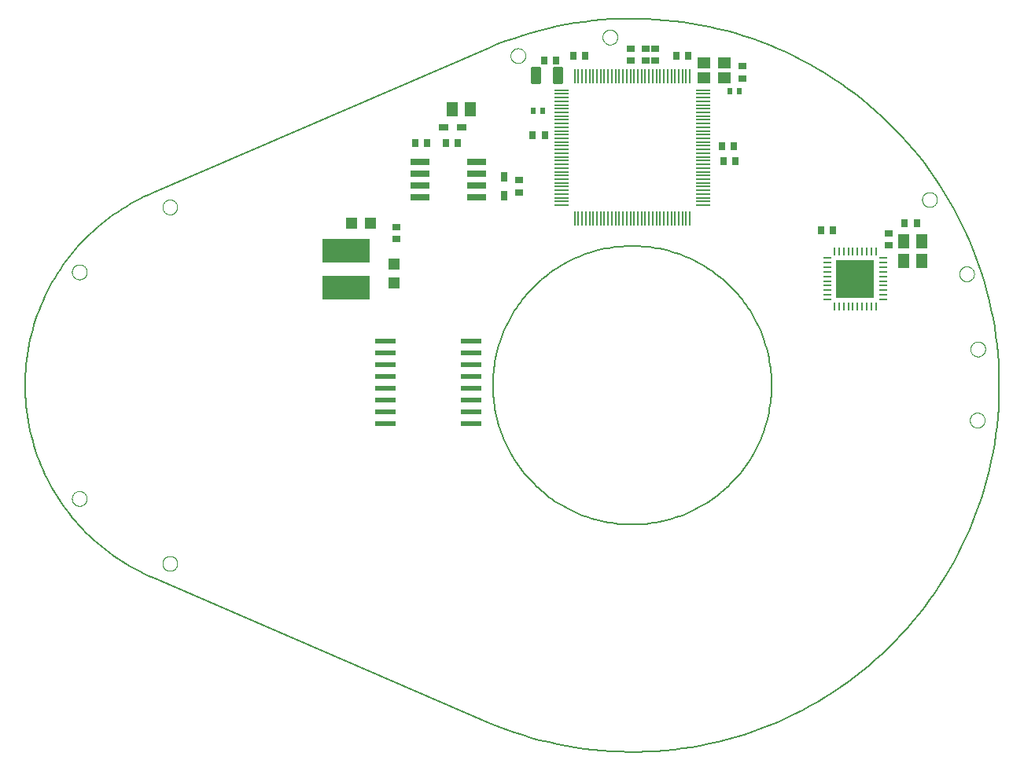
<source format=gbp>
G75*
%MOIN*%
%OFA0B0*%
%FSLAX25Y25*%
%IPPOS*%
%LPD*%
%AMOC8*
5,1,8,0,0,1.08239X$1,22.5*
%
%ADD10C,0.00600*%
%ADD11C,0.00000*%
%ADD12R,0.05118X0.05906*%
%ADD13R,0.03543X0.02756*%
%ADD14R,0.02756X0.03543*%
%ADD15R,0.03937X0.03150*%
%ADD16R,0.03150X0.03937*%
%ADD17R,0.04724X0.05118*%
%ADD18R,0.05118X0.04724*%
%ADD19R,0.00965X0.06299*%
%ADD20R,0.06299X0.00965*%
%ADD21R,0.08000X0.02600*%
%ADD22R,0.08661X0.02362*%
%ADD23R,0.20000X0.10000*%
%ADD24R,0.02362X0.02756*%
%ADD25R,0.05512X0.04724*%
%ADD26R,0.03346X0.01102*%
%ADD27R,0.01102X0.03346*%
%ADD28R,0.16339X0.16339*%
%ADD29C,0.01299*%
D10*
X0074829Y0081354D02*
X0216915Y0019962D01*
X0216915Y0019961D02*
X0220440Y0018516D01*
X0223999Y0017157D01*
X0227591Y0015886D01*
X0231212Y0014703D01*
X0234862Y0013609D01*
X0238537Y0012605D01*
X0242236Y0011692D01*
X0245956Y0010869D01*
X0249695Y0010137D01*
X0253450Y0009498D01*
X0257221Y0008950D01*
X0261003Y0008496D01*
X0264796Y0008133D01*
X0268597Y0007864D01*
X0272402Y0007689D01*
X0276211Y0007606D01*
X0280021Y0007617D01*
X0283830Y0007721D01*
X0287634Y0007918D01*
X0291433Y0008209D01*
X0295224Y0008592D01*
X0299004Y0009068D01*
X0302771Y0009637D01*
X0306523Y0010298D01*
X0310258Y0011050D01*
X0313973Y0011894D01*
X0317667Y0012828D01*
X0321336Y0013853D01*
X0324980Y0014967D01*
X0328595Y0016171D01*
X0332179Y0017462D01*
X0335731Y0018841D01*
X0339247Y0020306D01*
X0342727Y0021857D01*
X0346168Y0023493D01*
X0349568Y0025213D01*
X0352924Y0027015D01*
X0356236Y0028900D01*
X0359500Y0030864D01*
X0362715Y0032908D01*
X0365879Y0035031D01*
X0368990Y0037230D01*
X0372046Y0039504D01*
X0375046Y0041853D01*
X0377987Y0044275D01*
X0380868Y0046768D01*
X0383688Y0049331D01*
X0386443Y0051962D01*
X0389133Y0054660D01*
X0391757Y0057423D01*
X0394311Y0060249D01*
X0396796Y0063137D01*
X0399210Y0066085D01*
X0401550Y0069091D01*
X0403816Y0072154D01*
X0406006Y0075271D01*
X0408120Y0078441D01*
X0410155Y0081662D01*
X0412110Y0084932D01*
X0413985Y0088249D01*
X0415778Y0091610D01*
X0417488Y0095015D01*
X0419114Y0098460D01*
X0420656Y0101944D01*
X0422111Y0105465D01*
X0423480Y0109021D01*
X0424761Y0112609D01*
X0425954Y0116227D01*
X0427058Y0119873D01*
X0428073Y0123546D01*
X0428997Y0127242D01*
X0429830Y0130960D01*
X0430572Y0134697D01*
X0431222Y0138451D01*
X0431780Y0142219D01*
X0432246Y0146001D01*
X0432619Y0149792D01*
X0432898Y0153592D01*
X0433085Y0157397D01*
X0433178Y0161206D01*
X0433178Y0165016D01*
X0433085Y0168825D01*
X0432898Y0172630D01*
X0432619Y0176430D01*
X0432246Y0180221D01*
X0431780Y0184003D01*
X0431222Y0187771D01*
X0430572Y0191525D01*
X0429830Y0195262D01*
X0428997Y0198980D01*
X0428073Y0202676D01*
X0427058Y0206349D01*
X0425954Y0209995D01*
X0424761Y0213613D01*
X0423480Y0217201D01*
X0422111Y0220757D01*
X0420656Y0224278D01*
X0419114Y0227762D01*
X0417488Y0231207D01*
X0415778Y0234612D01*
X0413985Y0237973D01*
X0412110Y0241290D01*
X0410155Y0244560D01*
X0408120Y0247781D01*
X0406006Y0250951D01*
X0403816Y0254068D01*
X0401550Y0257131D01*
X0399210Y0260137D01*
X0396796Y0263085D01*
X0394311Y0265973D01*
X0391757Y0268799D01*
X0389133Y0271562D01*
X0386443Y0274260D01*
X0383688Y0276891D01*
X0380868Y0279454D01*
X0377987Y0281947D01*
X0375046Y0284369D01*
X0372046Y0286718D01*
X0368990Y0288992D01*
X0365879Y0291191D01*
X0362715Y0293314D01*
X0359500Y0295358D01*
X0356236Y0297322D01*
X0352924Y0299207D01*
X0349568Y0301009D01*
X0346168Y0302729D01*
X0342727Y0304365D01*
X0339247Y0305916D01*
X0335731Y0307381D01*
X0332179Y0308760D01*
X0328595Y0310051D01*
X0324980Y0311255D01*
X0321336Y0312369D01*
X0317667Y0313394D01*
X0313973Y0314328D01*
X0310258Y0315172D01*
X0306523Y0315924D01*
X0302771Y0316585D01*
X0299004Y0317154D01*
X0295224Y0317630D01*
X0291433Y0318013D01*
X0287634Y0318304D01*
X0283830Y0318501D01*
X0280021Y0318605D01*
X0276211Y0318616D01*
X0272402Y0318533D01*
X0268597Y0318358D01*
X0264796Y0318089D01*
X0261003Y0317726D01*
X0257221Y0317272D01*
X0253450Y0316724D01*
X0249695Y0316085D01*
X0245956Y0315353D01*
X0242236Y0314530D01*
X0238537Y0313617D01*
X0234862Y0312613D01*
X0231212Y0311519D01*
X0227591Y0310336D01*
X0223999Y0309065D01*
X0220440Y0307706D01*
X0216915Y0306261D01*
X0216915Y0306260D02*
X0074829Y0244868D01*
X0072837Y0244008D01*
X0070866Y0243100D01*
X0068919Y0242144D01*
X0066995Y0241141D01*
X0065097Y0240090D01*
X0063225Y0238994D01*
X0061380Y0237852D01*
X0059564Y0236665D01*
X0057777Y0235434D01*
X0056022Y0234159D01*
X0054298Y0232842D01*
X0052606Y0231483D01*
X0050949Y0230084D01*
X0049326Y0228644D01*
X0047739Y0227164D01*
X0046188Y0225647D01*
X0044676Y0224091D01*
X0043202Y0222499D01*
X0041767Y0220872D01*
X0040372Y0219210D01*
X0039019Y0217514D01*
X0037708Y0215786D01*
X0036439Y0214026D01*
X0035214Y0212235D01*
X0034033Y0210415D01*
X0032897Y0208567D01*
X0031806Y0206691D01*
X0030762Y0204789D01*
X0029765Y0202862D01*
X0028815Y0200912D01*
X0027914Y0198938D01*
X0027060Y0196944D01*
X0026256Y0194928D01*
X0025502Y0192894D01*
X0024798Y0190842D01*
X0024144Y0188774D01*
X0023541Y0186689D01*
X0022989Y0184591D01*
X0022488Y0182480D01*
X0022040Y0180357D01*
X0021644Y0178224D01*
X0021300Y0176082D01*
X0021008Y0173932D01*
X0020770Y0171776D01*
X0020584Y0169614D01*
X0020451Y0167449D01*
X0020372Y0165280D01*
X0020345Y0163111D01*
X0020372Y0160942D01*
X0020451Y0158773D01*
X0020584Y0156608D01*
X0020770Y0154446D01*
X0021008Y0152290D01*
X0021300Y0150140D01*
X0021644Y0147998D01*
X0022040Y0145865D01*
X0022488Y0143742D01*
X0022989Y0141631D01*
X0023541Y0139533D01*
X0024144Y0137448D01*
X0024798Y0135380D01*
X0025502Y0133328D01*
X0026256Y0131294D01*
X0027060Y0129278D01*
X0027914Y0127284D01*
X0028815Y0125310D01*
X0029765Y0123360D01*
X0030762Y0121433D01*
X0031806Y0119531D01*
X0032897Y0117655D01*
X0034033Y0115807D01*
X0035214Y0113987D01*
X0036439Y0112196D01*
X0037708Y0110436D01*
X0039019Y0108708D01*
X0040372Y0107012D01*
X0041767Y0105350D01*
X0043202Y0103723D01*
X0044676Y0102131D01*
X0046188Y0100575D01*
X0047739Y0099058D01*
X0049326Y0097578D01*
X0050949Y0096138D01*
X0052606Y0094739D01*
X0054298Y0093380D01*
X0056022Y0092063D01*
X0057777Y0090788D01*
X0059564Y0089557D01*
X0061380Y0088370D01*
X0063225Y0087228D01*
X0065097Y0086132D01*
X0066995Y0085081D01*
X0068919Y0084078D01*
X0070866Y0083122D01*
X0072837Y0082214D01*
X0074829Y0081354D01*
X0218623Y0163111D02*
X0218641Y0164560D01*
X0218694Y0166009D01*
X0218783Y0167455D01*
X0218907Y0168899D01*
X0219067Y0170340D01*
X0219262Y0171776D01*
X0219492Y0173207D01*
X0219758Y0174632D01*
X0220058Y0176050D01*
X0220393Y0177460D01*
X0220762Y0178862D01*
X0221166Y0180254D01*
X0221604Y0181635D01*
X0222075Y0183006D01*
X0222580Y0184365D01*
X0223118Y0185710D01*
X0223689Y0187043D01*
X0224293Y0188360D01*
X0224929Y0189663D01*
X0225596Y0190949D01*
X0226295Y0192219D01*
X0227025Y0193471D01*
X0227785Y0194705D01*
X0228576Y0195920D01*
X0229396Y0197115D01*
X0230245Y0198290D01*
X0231122Y0199444D01*
X0232028Y0200575D01*
X0232961Y0201684D01*
X0233921Y0202770D01*
X0234908Y0203832D01*
X0235920Y0204869D01*
X0236957Y0205881D01*
X0238019Y0206868D01*
X0239105Y0207828D01*
X0240214Y0208761D01*
X0241345Y0209667D01*
X0242499Y0210544D01*
X0243674Y0211393D01*
X0244869Y0212213D01*
X0246084Y0213004D01*
X0247318Y0213764D01*
X0248570Y0214494D01*
X0249840Y0215193D01*
X0251126Y0215860D01*
X0252429Y0216496D01*
X0253746Y0217100D01*
X0255079Y0217671D01*
X0256424Y0218209D01*
X0257783Y0218714D01*
X0259154Y0219185D01*
X0260535Y0219623D01*
X0261927Y0220027D01*
X0263329Y0220396D01*
X0264739Y0220731D01*
X0266157Y0221031D01*
X0267582Y0221297D01*
X0269013Y0221527D01*
X0270449Y0221722D01*
X0271890Y0221882D01*
X0273334Y0222006D01*
X0274780Y0222095D01*
X0276229Y0222148D01*
X0277678Y0222166D01*
X0279127Y0222148D01*
X0280576Y0222095D01*
X0282022Y0222006D01*
X0283466Y0221882D01*
X0284907Y0221722D01*
X0286343Y0221527D01*
X0287774Y0221297D01*
X0289199Y0221031D01*
X0290617Y0220731D01*
X0292027Y0220396D01*
X0293429Y0220027D01*
X0294821Y0219623D01*
X0296202Y0219185D01*
X0297573Y0218714D01*
X0298932Y0218209D01*
X0300277Y0217671D01*
X0301610Y0217100D01*
X0302927Y0216496D01*
X0304230Y0215860D01*
X0305516Y0215193D01*
X0306786Y0214494D01*
X0308038Y0213764D01*
X0309272Y0213004D01*
X0310487Y0212213D01*
X0311682Y0211393D01*
X0312857Y0210544D01*
X0314011Y0209667D01*
X0315142Y0208761D01*
X0316251Y0207828D01*
X0317337Y0206868D01*
X0318399Y0205881D01*
X0319436Y0204869D01*
X0320448Y0203832D01*
X0321435Y0202770D01*
X0322395Y0201684D01*
X0323328Y0200575D01*
X0324234Y0199444D01*
X0325111Y0198290D01*
X0325960Y0197115D01*
X0326780Y0195920D01*
X0327571Y0194705D01*
X0328331Y0193471D01*
X0329061Y0192219D01*
X0329760Y0190949D01*
X0330427Y0189663D01*
X0331063Y0188360D01*
X0331667Y0187043D01*
X0332238Y0185710D01*
X0332776Y0184365D01*
X0333281Y0183006D01*
X0333752Y0181635D01*
X0334190Y0180254D01*
X0334594Y0178862D01*
X0334963Y0177460D01*
X0335298Y0176050D01*
X0335598Y0174632D01*
X0335864Y0173207D01*
X0336094Y0171776D01*
X0336289Y0170340D01*
X0336449Y0168899D01*
X0336573Y0167455D01*
X0336662Y0166009D01*
X0336715Y0164560D01*
X0336733Y0163111D01*
X0336715Y0161662D01*
X0336662Y0160213D01*
X0336573Y0158767D01*
X0336449Y0157323D01*
X0336289Y0155882D01*
X0336094Y0154446D01*
X0335864Y0153015D01*
X0335598Y0151590D01*
X0335298Y0150172D01*
X0334963Y0148762D01*
X0334594Y0147360D01*
X0334190Y0145968D01*
X0333752Y0144587D01*
X0333281Y0143216D01*
X0332776Y0141857D01*
X0332238Y0140512D01*
X0331667Y0139179D01*
X0331063Y0137862D01*
X0330427Y0136559D01*
X0329760Y0135273D01*
X0329061Y0134003D01*
X0328331Y0132751D01*
X0327571Y0131517D01*
X0326780Y0130302D01*
X0325960Y0129107D01*
X0325111Y0127932D01*
X0324234Y0126778D01*
X0323328Y0125647D01*
X0322395Y0124538D01*
X0321435Y0123452D01*
X0320448Y0122390D01*
X0319436Y0121353D01*
X0318399Y0120341D01*
X0317337Y0119354D01*
X0316251Y0118394D01*
X0315142Y0117461D01*
X0314011Y0116555D01*
X0312857Y0115678D01*
X0311682Y0114829D01*
X0310487Y0114009D01*
X0309272Y0113218D01*
X0308038Y0112458D01*
X0306786Y0111728D01*
X0305516Y0111029D01*
X0304230Y0110362D01*
X0302927Y0109726D01*
X0301610Y0109122D01*
X0300277Y0108551D01*
X0298932Y0108013D01*
X0297573Y0107508D01*
X0296202Y0107037D01*
X0294821Y0106599D01*
X0293429Y0106195D01*
X0292027Y0105826D01*
X0290617Y0105491D01*
X0289199Y0105191D01*
X0287774Y0104925D01*
X0286343Y0104695D01*
X0284907Y0104500D01*
X0283466Y0104340D01*
X0282022Y0104216D01*
X0280576Y0104127D01*
X0279127Y0104074D01*
X0277678Y0104056D01*
X0276229Y0104074D01*
X0274780Y0104127D01*
X0273334Y0104216D01*
X0271890Y0104340D01*
X0270449Y0104500D01*
X0269013Y0104695D01*
X0267582Y0104925D01*
X0266157Y0105191D01*
X0264739Y0105491D01*
X0263329Y0105826D01*
X0261927Y0106195D01*
X0260535Y0106599D01*
X0259154Y0107037D01*
X0257783Y0107508D01*
X0256424Y0108013D01*
X0255079Y0108551D01*
X0253746Y0109122D01*
X0252429Y0109726D01*
X0251126Y0110362D01*
X0249840Y0111029D01*
X0248570Y0111728D01*
X0247318Y0112458D01*
X0246084Y0113218D01*
X0244869Y0114009D01*
X0243674Y0114829D01*
X0242499Y0115678D01*
X0241345Y0116555D01*
X0240214Y0117461D01*
X0239105Y0118394D01*
X0238019Y0119354D01*
X0236957Y0120341D01*
X0235920Y0121353D01*
X0234908Y0122390D01*
X0233921Y0123452D01*
X0232961Y0124538D01*
X0232028Y0125647D01*
X0231122Y0126778D01*
X0230245Y0127932D01*
X0229396Y0129107D01*
X0228576Y0130302D01*
X0227785Y0131517D01*
X0227025Y0132751D01*
X0226295Y0134003D01*
X0225596Y0135273D01*
X0224929Y0136559D01*
X0224293Y0137862D01*
X0223689Y0139179D01*
X0223118Y0140512D01*
X0222580Y0141857D01*
X0222075Y0143216D01*
X0221604Y0144587D01*
X0221166Y0145968D01*
X0220762Y0147360D01*
X0220393Y0148762D01*
X0220058Y0150172D01*
X0219758Y0151590D01*
X0219492Y0153015D01*
X0219262Y0154446D01*
X0219067Y0155882D01*
X0218907Y0157323D01*
X0218783Y0158767D01*
X0218694Y0160213D01*
X0218641Y0161662D01*
X0218623Y0163111D01*
D11*
X0078544Y0087520D02*
X0078546Y0087632D01*
X0078552Y0087743D01*
X0078562Y0087855D01*
X0078576Y0087966D01*
X0078593Y0088076D01*
X0078615Y0088186D01*
X0078641Y0088295D01*
X0078670Y0088403D01*
X0078703Y0088509D01*
X0078740Y0088615D01*
X0078781Y0088719D01*
X0078826Y0088822D01*
X0078874Y0088923D01*
X0078925Y0089022D01*
X0078980Y0089119D01*
X0079039Y0089214D01*
X0079100Y0089308D01*
X0079165Y0089399D01*
X0079234Y0089487D01*
X0079305Y0089573D01*
X0079379Y0089657D01*
X0079457Y0089737D01*
X0079537Y0089815D01*
X0079620Y0089891D01*
X0079705Y0089963D01*
X0079793Y0090032D01*
X0079883Y0090098D01*
X0079976Y0090160D01*
X0080071Y0090220D01*
X0080168Y0090276D01*
X0080266Y0090328D01*
X0080367Y0090377D01*
X0080469Y0090422D01*
X0080573Y0090464D01*
X0080678Y0090502D01*
X0080785Y0090536D01*
X0080892Y0090566D01*
X0081001Y0090593D01*
X0081110Y0090615D01*
X0081221Y0090634D01*
X0081331Y0090649D01*
X0081443Y0090660D01*
X0081554Y0090667D01*
X0081666Y0090670D01*
X0081778Y0090669D01*
X0081890Y0090664D01*
X0082001Y0090655D01*
X0082112Y0090642D01*
X0082223Y0090625D01*
X0082333Y0090605D01*
X0082442Y0090580D01*
X0082550Y0090552D01*
X0082657Y0090519D01*
X0082763Y0090483D01*
X0082867Y0090443D01*
X0082970Y0090400D01*
X0083072Y0090353D01*
X0083171Y0090302D01*
X0083269Y0090248D01*
X0083365Y0090190D01*
X0083459Y0090129D01*
X0083550Y0090065D01*
X0083639Y0089998D01*
X0083726Y0089927D01*
X0083810Y0089853D01*
X0083892Y0089777D01*
X0083970Y0089697D01*
X0084046Y0089615D01*
X0084119Y0089530D01*
X0084189Y0089443D01*
X0084255Y0089353D01*
X0084319Y0089261D01*
X0084379Y0089167D01*
X0084436Y0089071D01*
X0084489Y0088972D01*
X0084539Y0088872D01*
X0084585Y0088771D01*
X0084628Y0088667D01*
X0084667Y0088562D01*
X0084702Y0088456D01*
X0084733Y0088349D01*
X0084761Y0088240D01*
X0084784Y0088131D01*
X0084804Y0088021D01*
X0084820Y0087910D01*
X0084832Y0087799D01*
X0084840Y0087688D01*
X0084844Y0087576D01*
X0084844Y0087464D01*
X0084840Y0087352D01*
X0084832Y0087241D01*
X0084820Y0087130D01*
X0084804Y0087019D01*
X0084784Y0086909D01*
X0084761Y0086800D01*
X0084733Y0086691D01*
X0084702Y0086584D01*
X0084667Y0086478D01*
X0084628Y0086373D01*
X0084585Y0086269D01*
X0084539Y0086168D01*
X0084489Y0086068D01*
X0084436Y0085969D01*
X0084379Y0085873D01*
X0084319Y0085779D01*
X0084255Y0085687D01*
X0084189Y0085597D01*
X0084119Y0085510D01*
X0084046Y0085425D01*
X0083970Y0085343D01*
X0083892Y0085263D01*
X0083810Y0085187D01*
X0083726Y0085113D01*
X0083639Y0085042D01*
X0083550Y0084975D01*
X0083459Y0084911D01*
X0083365Y0084850D01*
X0083269Y0084792D01*
X0083171Y0084738D01*
X0083072Y0084687D01*
X0082970Y0084640D01*
X0082867Y0084597D01*
X0082763Y0084557D01*
X0082657Y0084521D01*
X0082550Y0084488D01*
X0082442Y0084460D01*
X0082333Y0084435D01*
X0082223Y0084415D01*
X0082112Y0084398D01*
X0082001Y0084385D01*
X0081890Y0084376D01*
X0081778Y0084371D01*
X0081666Y0084370D01*
X0081554Y0084373D01*
X0081443Y0084380D01*
X0081331Y0084391D01*
X0081221Y0084406D01*
X0081110Y0084425D01*
X0081001Y0084447D01*
X0080892Y0084474D01*
X0080785Y0084504D01*
X0080678Y0084538D01*
X0080573Y0084576D01*
X0080469Y0084618D01*
X0080367Y0084663D01*
X0080266Y0084712D01*
X0080168Y0084764D01*
X0080071Y0084820D01*
X0079976Y0084880D01*
X0079883Y0084942D01*
X0079793Y0085008D01*
X0079705Y0085077D01*
X0079620Y0085149D01*
X0079537Y0085225D01*
X0079457Y0085303D01*
X0079379Y0085383D01*
X0079305Y0085467D01*
X0079234Y0085553D01*
X0079165Y0085641D01*
X0079100Y0085732D01*
X0079039Y0085826D01*
X0078980Y0085921D01*
X0078925Y0086018D01*
X0078874Y0086117D01*
X0078826Y0086218D01*
X0078781Y0086321D01*
X0078740Y0086425D01*
X0078703Y0086531D01*
X0078670Y0086637D01*
X0078641Y0086745D01*
X0078615Y0086854D01*
X0078593Y0086964D01*
X0078576Y0087074D01*
X0078562Y0087185D01*
X0078552Y0087297D01*
X0078546Y0087408D01*
X0078544Y0087520D01*
X0040197Y0115080D02*
X0040199Y0115192D01*
X0040205Y0115303D01*
X0040215Y0115415D01*
X0040229Y0115526D01*
X0040246Y0115636D01*
X0040268Y0115746D01*
X0040294Y0115855D01*
X0040323Y0115963D01*
X0040356Y0116069D01*
X0040393Y0116175D01*
X0040434Y0116279D01*
X0040479Y0116382D01*
X0040527Y0116483D01*
X0040578Y0116582D01*
X0040633Y0116679D01*
X0040692Y0116774D01*
X0040753Y0116868D01*
X0040818Y0116959D01*
X0040887Y0117047D01*
X0040958Y0117133D01*
X0041032Y0117217D01*
X0041110Y0117297D01*
X0041190Y0117375D01*
X0041273Y0117451D01*
X0041358Y0117523D01*
X0041446Y0117592D01*
X0041536Y0117658D01*
X0041629Y0117720D01*
X0041724Y0117780D01*
X0041821Y0117836D01*
X0041919Y0117888D01*
X0042020Y0117937D01*
X0042122Y0117982D01*
X0042226Y0118024D01*
X0042331Y0118062D01*
X0042438Y0118096D01*
X0042545Y0118126D01*
X0042654Y0118153D01*
X0042763Y0118175D01*
X0042874Y0118194D01*
X0042984Y0118209D01*
X0043096Y0118220D01*
X0043207Y0118227D01*
X0043319Y0118230D01*
X0043431Y0118229D01*
X0043543Y0118224D01*
X0043654Y0118215D01*
X0043765Y0118202D01*
X0043876Y0118185D01*
X0043986Y0118165D01*
X0044095Y0118140D01*
X0044203Y0118112D01*
X0044310Y0118079D01*
X0044416Y0118043D01*
X0044520Y0118003D01*
X0044623Y0117960D01*
X0044725Y0117913D01*
X0044824Y0117862D01*
X0044922Y0117808D01*
X0045018Y0117750D01*
X0045112Y0117689D01*
X0045203Y0117625D01*
X0045292Y0117558D01*
X0045379Y0117487D01*
X0045463Y0117413D01*
X0045545Y0117337D01*
X0045623Y0117257D01*
X0045699Y0117175D01*
X0045772Y0117090D01*
X0045842Y0117003D01*
X0045908Y0116913D01*
X0045972Y0116821D01*
X0046032Y0116727D01*
X0046089Y0116631D01*
X0046142Y0116532D01*
X0046192Y0116432D01*
X0046238Y0116331D01*
X0046281Y0116227D01*
X0046320Y0116122D01*
X0046355Y0116016D01*
X0046386Y0115909D01*
X0046414Y0115800D01*
X0046437Y0115691D01*
X0046457Y0115581D01*
X0046473Y0115470D01*
X0046485Y0115359D01*
X0046493Y0115248D01*
X0046497Y0115136D01*
X0046497Y0115024D01*
X0046493Y0114912D01*
X0046485Y0114801D01*
X0046473Y0114690D01*
X0046457Y0114579D01*
X0046437Y0114469D01*
X0046414Y0114360D01*
X0046386Y0114251D01*
X0046355Y0114144D01*
X0046320Y0114038D01*
X0046281Y0113933D01*
X0046238Y0113829D01*
X0046192Y0113728D01*
X0046142Y0113628D01*
X0046089Y0113529D01*
X0046032Y0113433D01*
X0045972Y0113339D01*
X0045908Y0113247D01*
X0045842Y0113157D01*
X0045772Y0113070D01*
X0045699Y0112985D01*
X0045623Y0112903D01*
X0045545Y0112823D01*
X0045463Y0112747D01*
X0045379Y0112673D01*
X0045292Y0112602D01*
X0045203Y0112535D01*
X0045112Y0112471D01*
X0045018Y0112410D01*
X0044922Y0112352D01*
X0044824Y0112298D01*
X0044725Y0112247D01*
X0044623Y0112200D01*
X0044520Y0112157D01*
X0044416Y0112117D01*
X0044310Y0112081D01*
X0044203Y0112048D01*
X0044095Y0112020D01*
X0043986Y0111995D01*
X0043876Y0111975D01*
X0043765Y0111958D01*
X0043654Y0111945D01*
X0043543Y0111936D01*
X0043431Y0111931D01*
X0043319Y0111930D01*
X0043207Y0111933D01*
X0043096Y0111940D01*
X0042984Y0111951D01*
X0042874Y0111966D01*
X0042763Y0111985D01*
X0042654Y0112007D01*
X0042545Y0112034D01*
X0042438Y0112064D01*
X0042331Y0112098D01*
X0042226Y0112136D01*
X0042122Y0112178D01*
X0042020Y0112223D01*
X0041919Y0112272D01*
X0041821Y0112324D01*
X0041724Y0112380D01*
X0041629Y0112440D01*
X0041536Y0112502D01*
X0041446Y0112568D01*
X0041358Y0112637D01*
X0041273Y0112709D01*
X0041190Y0112785D01*
X0041110Y0112863D01*
X0041032Y0112943D01*
X0040958Y0113027D01*
X0040887Y0113113D01*
X0040818Y0113201D01*
X0040753Y0113292D01*
X0040692Y0113386D01*
X0040633Y0113481D01*
X0040578Y0113578D01*
X0040527Y0113677D01*
X0040479Y0113778D01*
X0040434Y0113881D01*
X0040393Y0113985D01*
X0040356Y0114091D01*
X0040323Y0114197D01*
X0040294Y0114305D01*
X0040268Y0114414D01*
X0040246Y0114524D01*
X0040229Y0114634D01*
X0040215Y0114745D01*
X0040205Y0114857D01*
X0040199Y0114968D01*
X0040197Y0115080D01*
X0040197Y0211143D02*
X0040199Y0211255D01*
X0040205Y0211366D01*
X0040215Y0211478D01*
X0040229Y0211589D01*
X0040246Y0211699D01*
X0040268Y0211809D01*
X0040294Y0211918D01*
X0040323Y0212026D01*
X0040356Y0212132D01*
X0040393Y0212238D01*
X0040434Y0212342D01*
X0040479Y0212445D01*
X0040527Y0212546D01*
X0040578Y0212645D01*
X0040633Y0212742D01*
X0040692Y0212837D01*
X0040753Y0212931D01*
X0040818Y0213022D01*
X0040887Y0213110D01*
X0040958Y0213196D01*
X0041032Y0213280D01*
X0041110Y0213360D01*
X0041190Y0213438D01*
X0041273Y0213514D01*
X0041358Y0213586D01*
X0041446Y0213655D01*
X0041536Y0213721D01*
X0041629Y0213783D01*
X0041724Y0213843D01*
X0041821Y0213899D01*
X0041919Y0213951D01*
X0042020Y0214000D01*
X0042122Y0214045D01*
X0042226Y0214087D01*
X0042331Y0214125D01*
X0042438Y0214159D01*
X0042545Y0214189D01*
X0042654Y0214216D01*
X0042763Y0214238D01*
X0042874Y0214257D01*
X0042984Y0214272D01*
X0043096Y0214283D01*
X0043207Y0214290D01*
X0043319Y0214293D01*
X0043431Y0214292D01*
X0043543Y0214287D01*
X0043654Y0214278D01*
X0043765Y0214265D01*
X0043876Y0214248D01*
X0043986Y0214228D01*
X0044095Y0214203D01*
X0044203Y0214175D01*
X0044310Y0214142D01*
X0044416Y0214106D01*
X0044520Y0214066D01*
X0044623Y0214023D01*
X0044725Y0213976D01*
X0044824Y0213925D01*
X0044922Y0213871D01*
X0045018Y0213813D01*
X0045112Y0213752D01*
X0045203Y0213688D01*
X0045292Y0213621D01*
X0045379Y0213550D01*
X0045463Y0213476D01*
X0045545Y0213400D01*
X0045623Y0213320D01*
X0045699Y0213238D01*
X0045772Y0213153D01*
X0045842Y0213066D01*
X0045908Y0212976D01*
X0045972Y0212884D01*
X0046032Y0212790D01*
X0046089Y0212694D01*
X0046142Y0212595D01*
X0046192Y0212495D01*
X0046238Y0212394D01*
X0046281Y0212290D01*
X0046320Y0212185D01*
X0046355Y0212079D01*
X0046386Y0211972D01*
X0046414Y0211863D01*
X0046437Y0211754D01*
X0046457Y0211644D01*
X0046473Y0211533D01*
X0046485Y0211422D01*
X0046493Y0211311D01*
X0046497Y0211199D01*
X0046497Y0211087D01*
X0046493Y0210975D01*
X0046485Y0210864D01*
X0046473Y0210753D01*
X0046457Y0210642D01*
X0046437Y0210532D01*
X0046414Y0210423D01*
X0046386Y0210314D01*
X0046355Y0210207D01*
X0046320Y0210101D01*
X0046281Y0209996D01*
X0046238Y0209892D01*
X0046192Y0209791D01*
X0046142Y0209691D01*
X0046089Y0209592D01*
X0046032Y0209496D01*
X0045972Y0209402D01*
X0045908Y0209310D01*
X0045842Y0209220D01*
X0045772Y0209133D01*
X0045699Y0209048D01*
X0045623Y0208966D01*
X0045545Y0208886D01*
X0045463Y0208810D01*
X0045379Y0208736D01*
X0045292Y0208665D01*
X0045203Y0208598D01*
X0045112Y0208534D01*
X0045018Y0208473D01*
X0044922Y0208415D01*
X0044824Y0208361D01*
X0044725Y0208310D01*
X0044623Y0208263D01*
X0044520Y0208220D01*
X0044416Y0208180D01*
X0044310Y0208144D01*
X0044203Y0208111D01*
X0044095Y0208083D01*
X0043986Y0208058D01*
X0043876Y0208038D01*
X0043765Y0208021D01*
X0043654Y0208008D01*
X0043543Y0207999D01*
X0043431Y0207994D01*
X0043319Y0207993D01*
X0043207Y0207996D01*
X0043096Y0208003D01*
X0042984Y0208014D01*
X0042874Y0208029D01*
X0042763Y0208048D01*
X0042654Y0208070D01*
X0042545Y0208097D01*
X0042438Y0208127D01*
X0042331Y0208161D01*
X0042226Y0208199D01*
X0042122Y0208241D01*
X0042020Y0208286D01*
X0041919Y0208335D01*
X0041821Y0208387D01*
X0041724Y0208443D01*
X0041629Y0208503D01*
X0041536Y0208565D01*
X0041446Y0208631D01*
X0041358Y0208700D01*
X0041273Y0208772D01*
X0041190Y0208848D01*
X0041110Y0208926D01*
X0041032Y0209006D01*
X0040958Y0209090D01*
X0040887Y0209176D01*
X0040818Y0209264D01*
X0040753Y0209355D01*
X0040692Y0209449D01*
X0040633Y0209544D01*
X0040578Y0209641D01*
X0040527Y0209740D01*
X0040479Y0209841D01*
X0040434Y0209944D01*
X0040393Y0210048D01*
X0040356Y0210154D01*
X0040323Y0210260D01*
X0040294Y0210368D01*
X0040268Y0210477D01*
X0040246Y0210587D01*
X0040229Y0210697D01*
X0040215Y0210808D01*
X0040205Y0210920D01*
X0040199Y0211031D01*
X0040197Y0211143D01*
X0078544Y0238702D02*
X0078546Y0238814D01*
X0078552Y0238925D01*
X0078562Y0239037D01*
X0078576Y0239148D01*
X0078593Y0239258D01*
X0078615Y0239368D01*
X0078641Y0239477D01*
X0078670Y0239585D01*
X0078703Y0239691D01*
X0078740Y0239797D01*
X0078781Y0239901D01*
X0078826Y0240004D01*
X0078874Y0240105D01*
X0078925Y0240204D01*
X0078980Y0240301D01*
X0079039Y0240396D01*
X0079100Y0240490D01*
X0079165Y0240581D01*
X0079234Y0240669D01*
X0079305Y0240755D01*
X0079379Y0240839D01*
X0079457Y0240919D01*
X0079537Y0240997D01*
X0079620Y0241073D01*
X0079705Y0241145D01*
X0079793Y0241214D01*
X0079883Y0241280D01*
X0079976Y0241342D01*
X0080071Y0241402D01*
X0080168Y0241458D01*
X0080266Y0241510D01*
X0080367Y0241559D01*
X0080469Y0241604D01*
X0080573Y0241646D01*
X0080678Y0241684D01*
X0080785Y0241718D01*
X0080892Y0241748D01*
X0081001Y0241775D01*
X0081110Y0241797D01*
X0081221Y0241816D01*
X0081331Y0241831D01*
X0081443Y0241842D01*
X0081554Y0241849D01*
X0081666Y0241852D01*
X0081778Y0241851D01*
X0081890Y0241846D01*
X0082001Y0241837D01*
X0082112Y0241824D01*
X0082223Y0241807D01*
X0082333Y0241787D01*
X0082442Y0241762D01*
X0082550Y0241734D01*
X0082657Y0241701D01*
X0082763Y0241665D01*
X0082867Y0241625D01*
X0082970Y0241582D01*
X0083072Y0241535D01*
X0083171Y0241484D01*
X0083269Y0241430D01*
X0083365Y0241372D01*
X0083459Y0241311D01*
X0083550Y0241247D01*
X0083639Y0241180D01*
X0083726Y0241109D01*
X0083810Y0241035D01*
X0083892Y0240959D01*
X0083970Y0240879D01*
X0084046Y0240797D01*
X0084119Y0240712D01*
X0084189Y0240625D01*
X0084255Y0240535D01*
X0084319Y0240443D01*
X0084379Y0240349D01*
X0084436Y0240253D01*
X0084489Y0240154D01*
X0084539Y0240054D01*
X0084585Y0239953D01*
X0084628Y0239849D01*
X0084667Y0239744D01*
X0084702Y0239638D01*
X0084733Y0239531D01*
X0084761Y0239422D01*
X0084784Y0239313D01*
X0084804Y0239203D01*
X0084820Y0239092D01*
X0084832Y0238981D01*
X0084840Y0238870D01*
X0084844Y0238758D01*
X0084844Y0238646D01*
X0084840Y0238534D01*
X0084832Y0238423D01*
X0084820Y0238312D01*
X0084804Y0238201D01*
X0084784Y0238091D01*
X0084761Y0237982D01*
X0084733Y0237873D01*
X0084702Y0237766D01*
X0084667Y0237660D01*
X0084628Y0237555D01*
X0084585Y0237451D01*
X0084539Y0237350D01*
X0084489Y0237250D01*
X0084436Y0237151D01*
X0084379Y0237055D01*
X0084319Y0236961D01*
X0084255Y0236869D01*
X0084189Y0236779D01*
X0084119Y0236692D01*
X0084046Y0236607D01*
X0083970Y0236525D01*
X0083892Y0236445D01*
X0083810Y0236369D01*
X0083726Y0236295D01*
X0083639Y0236224D01*
X0083550Y0236157D01*
X0083459Y0236093D01*
X0083365Y0236032D01*
X0083269Y0235974D01*
X0083171Y0235920D01*
X0083072Y0235869D01*
X0082970Y0235822D01*
X0082867Y0235779D01*
X0082763Y0235739D01*
X0082657Y0235703D01*
X0082550Y0235670D01*
X0082442Y0235642D01*
X0082333Y0235617D01*
X0082223Y0235597D01*
X0082112Y0235580D01*
X0082001Y0235567D01*
X0081890Y0235558D01*
X0081778Y0235553D01*
X0081666Y0235552D01*
X0081554Y0235555D01*
X0081443Y0235562D01*
X0081331Y0235573D01*
X0081221Y0235588D01*
X0081110Y0235607D01*
X0081001Y0235629D01*
X0080892Y0235656D01*
X0080785Y0235686D01*
X0080678Y0235720D01*
X0080573Y0235758D01*
X0080469Y0235800D01*
X0080367Y0235845D01*
X0080266Y0235894D01*
X0080168Y0235946D01*
X0080071Y0236002D01*
X0079976Y0236062D01*
X0079883Y0236124D01*
X0079793Y0236190D01*
X0079705Y0236259D01*
X0079620Y0236331D01*
X0079537Y0236407D01*
X0079457Y0236485D01*
X0079379Y0236565D01*
X0079305Y0236649D01*
X0079234Y0236735D01*
X0079165Y0236823D01*
X0079100Y0236914D01*
X0079039Y0237008D01*
X0078980Y0237103D01*
X0078925Y0237200D01*
X0078874Y0237299D01*
X0078826Y0237400D01*
X0078781Y0237503D01*
X0078740Y0237607D01*
X0078703Y0237713D01*
X0078670Y0237819D01*
X0078641Y0237927D01*
X0078615Y0238036D01*
X0078593Y0238146D01*
X0078576Y0238256D01*
X0078562Y0238367D01*
X0078552Y0238479D01*
X0078546Y0238590D01*
X0078544Y0238702D01*
X0226103Y0302875D02*
X0226105Y0302987D01*
X0226111Y0303098D01*
X0226121Y0303210D01*
X0226135Y0303321D01*
X0226152Y0303431D01*
X0226174Y0303541D01*
X0226200Y0303650D01*
X0226229Y0303758D01*
X0226262Y0303864D01*
X0226299Y0303970D01*
X0226340Y0304074D01*
X0226385Y0304177D01*
X0226433Y0304278D01*
X0226484Y0304377D01*
X0226539Y0304474D01*
X0226598Y0304569D01*
X0226659Y0304663D01*
X0226724Y0304754D01*
X0226793Y0304842D01*
X0226864Y0304928D01*
X0226938Y0305012D01*
X0227016Y0305092D01*
X0227096Y0305170D01*
X0227179Y0305246D01*
X0227264Y0305318D01*
X0227352Y0305387D01*
X0227442Y0305453D01*
X0227535Y0305515D01*
X0227630Y0305575D01*
X0227727Y0305631D01*
X0227825Y0305683D01*
X0227926Y0305732D01*
X0228028Y0305777D01*
X0228132Y0305819D01*
X0228237Y0305857D01*
X0228344Y0305891D01*
X0228451Y0305921D01*
X0228560Y0305948D01*
X0228669Y0305970D01*
X0228780Y0305989D01*
X0228890Y0306004D01*
X0229002Y0306015D01*
X0229113Y0306022D01*
X0229225Y0306025D01*
X0229337Y0306024D01*
X0229449Y0306019D01*
X0229560Y0306010D01*
X0229671Y0305997D01*
X0229782Y0305980D01*
X0229892Y0305960D01*
X0230001Y0305935D01*
X0230109Y0305907D01*
X0230216Y0305874D01*
X0230322Y0305838D01*
X0230426Y0305798D01*
X0230529Y0305755D01*
X0230631Y0305708D01*
X0230730Y0305657D01*
X0230828Y0305603D01*
X0230924Y0305545D01*
X0231018Y0305484D01*
X0231109Y0305420D01*
X0231198Y0305353D01*
X0231285Y0305282D01*
X0231369Y0305208D01*
X0231451Y0305132D01*
X0231529Y0305052D01*
X0231605Y0304970D01*
X0231678Y0304885D01*
X0231748Y0304798D01*
X0231814Y0304708D01*
X0231878Y0304616D01*
X0231938Y0304522D01*
X0231995Y0304426D01*
X0232048Y0304327D01*
X0232098Y0304227D01*
X0232144Y0304126D01*
X0232187Y0304022D01*
X0232226Y0303917D01*
X0232261Y0303811D01*
X0232292Y0303704D01*
X0232320Y0303595D01*
X0232343Y0303486D01*
X0232363Y0303376D01*
X0232379Y0303265D01*
X0232391Y0303154D01*
X0232399Y0303043D01*
X0232403Y0302931D01*
X0232403Y0302819D01*
X0232399Y0302707D01*
X0232391Y0302596D01*
X0232379Y0302485D01*
X0232363Y0302374D01*
X0232343Y0302264D01*
X0232320Y0302155D01*
X0232292Y0302046D01*
X0232261Y0301939D01*
X0232226Y0301833D01*
X0232187Y0301728D01*
X0232144Y0301624D01*
X0232098Y0301523D01*
X0232048Y0301423D01*
X0231995Y0301324D01*
X0231938Y0301228D01*
X0231878Y0301134D01*
X0231814Y0301042D01*
X0231748Y0300952D01*
X0231678Y0300865D01*
X0231605Y0300780D01*
X0231529Y0300698D01*
X0231451Y0300618D01*
X0231369Y0300542D01*
X0231285Y0300468D01*
X0231198Y0300397D01*
X0231109Y0300330D01*
X0231018Y0300266D01*
X0230924Y0300205D01*
X0230828Y0300147D01*
X0230730Y0300093D01*
X0230631Y0300042D01*
X0230529Y0299995D01*
X0230426Y0299952D01*
X0230322Y0299912D01*
X0230216Y0299876D01*
X0230109Y0299843D01*
X0230001Y0299815D01*
X0229892Y0299790D01*
X0229782Y0299770D01*
X0229671Y0299753D01*
X0229560Y0299740D01*
X0229449Y0299731D01*
X0229337Y0299726D01*
X0229225Y0299725D01*
X0229113Y0299728D01*
X0229002Y0299735D01*
X0228890Y0299746D01*
X0228780Y0299761D01*
X0228669Y0299780D01*
X0228560Y0299802D01*
X0228451Y0299829D01*
X0228344Y0299859D01*
X0228237Y0299893D01*
X0228132Y0299931D01*
X0228028Y0299973D01*
X0227926Y0300018D01*
X0227825Y0300067D01*
X0227727Y0300119D01*
X0227630Y0300175D01*
X0227535Y0300235D01*
X0227442Y0300297D01*
X0227352Y0300363D01*
X0227264Y0300432D01*
X0227179Y0300504D01*
X0227096Y0300580D01*
X0227016Y0300658D01*
X0226938Y0300738D01*
X0226864Y0300822D01*
X0226793Y0300908D01*
X0226724Y0300996D01*
X0226659Y0301087D01*
X0226598Y0301181D01*
X0226539Y0301276D01*
X0226484Y0301373D01*
X0226433Y0301472D01*
X0226385Y0301573D01*
X0226340Y0301676D01*
X0226299Y0301780D01*
X0226262Y0301886D01*
X0226229Y0301992D01*
X0226200Y0302100D01*
X0226174Y0302209D01*
X0226152Y0302319D01*
X0226135Y0302429D01*
X0226121Y0302540D01*
X0226111Y0302652D01*
X0226105Y0302763D01*
X0226103Y0302875D01*
X0265079Y0310749D02*
X0265081Y0310861D01*
X0265087Y0310972D01*
X0265097Y0311084D01*
X0265111Y0311195D01*
X0265128Y0311305D01*
X0265150Y0311415D01*
X0265176Y0311524D01*
X0265205Y0311632D01*
X0265238Y0311738D01*
X0265275Y0311844D01*
X0265316Y0311948D01*
X0265361Y0312051D01*
X0265409Y0312152D01*
X0265460Y0312251D01*
X0265515Y0312348D01*
X0265574Y0312443D01*
X0265635Y0312537D01*
X0265700Y0312628D01*
X0265769Y0312716D01*
X0265840Y0312802D01*
X0265914Y0312886D01*
X0265992Y0312966D01*
X0266072Y0313044D01*
X0266155Y0313120D01*
X0266240Y0313192D01*
X0266328Y0313261D01*
X0266418Y0313327D01*
X0266511Y0313389D01*
X0266606Y0313449D01*
X0266703Y0313505D01*
X0266801Y0313557D01*
X0266902Y0313606D01*
X0267004Y0313651D01*
X0267108Y0313693D01*
X0267213Y0313731D01*
X0267320Y0313765D01*
X0267427Y0313795D01*
X0267536Y0313822D01*
X0267645Y0313844D01*
X0267756Y0313863D01*
X0267866Y0313878D01*
X0267978Y0313889D01*
X0268089Y0313896D01*
X0268201Y0313899D01*
X0268313Y0313898D01*
X0268425Y0313893D01*
X0268536Y0313884D01*
X0268647Y0313871D01*
X0268758Y0313854D01*
X0268868Y0313834D01*
X0268977Y0313809D01*
X0269085Y0313781D01*
X0269192Y0313748D01*
X0269298Y0313712D01*
X0269402Y0313672D01*
X0269505Y0313629D01*
X0269607Y0313582D01*
X0269706Y0313531D01*
X0269804Y0313477D01*
X0269900Y0313419D01*
X0269994Y0313358D01*
X0270085Y0313294D01*
X0270174Y0313227D01*
X0270261Y0313156D01*
X0270345Y0313082D01*
X0270427Y0313006D01*
X0270505Y0312926D01*
X0270581Y0312844D01*
X0270654Y0312759D01*
X0270724Y0312672D01*
X0270790Y0312582D01*
X0270854Y0312490D01*
X0270914Y0312396D01*
X0270971Y0312300D01*
X0271024Y0312201D01*
X0271074Y0312101D01*
X0271120Y0312000D01*
X0271163Y0311896D01*
X0271202Y0311791D01*
X0271237Y0311685D01*
X0271268Y0311578D01*
X0271296Y0311469D01*
X0271319Y0311360D01*
X0271339Y0311250D01*
X0271355Y0311139D01*
X0271367Y0311028D01*
X0271375Y0310917D01*
X0271379Y0310805D01*
X0271379Y0310693D01*
X0271375Y0310581D01*
X0271367Y0310470D01*
X0271355Y0310359D01*
X0271339Y0310248D01*
X0271319Y0310138D01*
X0271296Y0310029D01*
X0271268Y0309920D01*
X0271237Y0309813D01*
X0271202Y0309707D01*
X0271163Y0309602D01*
X0271120Y0309498D01*
X0271074Y0309397D01*
X0271024Y0309297D01*
X0270971Y0309198D01*
X0270914Y0309102D01*
X0270854Y0309008D01*
X0270790Y0308916D01*
X0270724Y0308826D01*
X0270654Y0308739D01*
X0270581Y0308654D01*
X0270505Y0308572D01*
X0270427Y0308492D01*
X0270345Y0308416D01*
X0270261Y0308342D01*
X0270174Y0308271D01*
X0270085Y0308204D01*
X0269994Y0308140D01*
X0269900Y0308079D01*
X0269804Y0308021D01*
X0269706Y0307967D01*
X0269607Y0307916D01*
X0269505Y0307869D01*
X0269402Y0307826D01*
X0269298Y0307786D01*
X0269192Y0307750D01*
X0269085Y0307717D01*
X0268977Y0307689D01*
X0268868Y0307664D01*
X0268758Y0307644D01*
X0268647Y0307627D01*
X0268536Y0307614D01*
X0268425Y0307605D01*
X0268313Y0307600D01*
X0268201Y0307599D01*
X0268089Y0307602D01*
X0267978Y0307609D01*
X0267866Y0307620D01*
X0267756Y0307635D01*
X0267645Y0307654D01*
X0267536Y0307676D01*
X0267427Y0307703D01*
X0267320Y0307733D01*
X0267213Y0307767D01*
X0267108Y0307805D01*
X0267004Y0307847D01*
X0266902Y0307892D01*
X0266801Y0307941D01*
X0266703Y0307993D01*
X0266606Y0308049D01*
X0266511Y0308109D01*
X0266418Y0308171D01*
X0266328Y0308237D01*
X0266240Y0308306D01*
X0266155Y0308378D01*
X0266072Y0308454D01*
X0265992Y0308532D01*
X0265914Y0308612D01*
X0265840Y0308696D01*
X0265769Y0308782D01*
X0265700Y0308870D01*
X0265635Y0308961D01*
X0265574Y0309055D01*
X0265515Y0309150D01*
X0265460Y0309247D01*
X0265409Y0309346D01*
X0265361Y0309447D01*
X0265316Y0309550D01*
X0265275Y0309654D01*
X0265238Y0309760D01*
X0265205Y0309866D01*
X0265176Y0309974D01*
X0265150Y0310083D01*
X0265128Y0310193D01*
X0265111Y0310303D01*
X0265097Y0310414D01*
X0265087Y0310526D01*
X0265081Y0310637D01*
X0265079Y0310749D01*
X0400512Y0241851D02*
X0400514Y0241963D01*
X0400520Y0242074D01*
X0400530Y0242186D01*
X0400544Y0242297D01*
X0400561Y0242407D01*
X0400583Y0242517D01*
X0400609Y0242626D01*
X0400638Y0242734D01*
X0400671Y0242840D01*
X0400708Y0242946D01*
X0400749Y0243050D01*
X0400794Y0243153D01*
X0400842Y0243254D01*
X0400893Y0243353D01*
X0400948Y0243450D01*
X0401007Y0243545D01*
X0401068Y0243639D01*
X0401133Y0243730D01*
X0401202Y0243818D01*
X0401273Y0243904D01*
X0401347Y0243988D01*
X0401425Y0244068D01*
X0401505Y0244146D01*
X0401588Y0244222D01*
X0401673Y0244294D01*
X0401761Y0244363D01*
X0401851Y0244429D01*
X0401944Y0244491D01*
X0402039Y0244551D01*
X0402136Y0244607D01*
X0402234Y0244659D01*
X0402335Y0244708D01*
X0402437Y0244753D01*
X0402541Y0244795D01*
X0402646Y0244833D01*
X0402753Y0244867D01*
X0402860Y0244897D01*
X0402969Y0244924D01*
X0403078Y0244946D01*
X0403189Y0244965D01*
X0403299Y0244980D01*
X0403411Y0244991D01*
X0403522Y0244998D01*
X0403634Y0245001D01*
X0403746Y0245000D01*
X0403858Y0244995D01*
X0403969Y0244986D01*
X0404080Y0244973D01*
X0404191Y0244956D01*
X0404301Y0244936D01*
X0404410Y0244911D01*
X0404518Y0244883D01*
X0404625Y0244850D01*
X0404731Y0244814D01*
X0404835Y0244774D01*
X0404938Y0244731D01*
X0405040Y0244684D01*
X0405139Y0244633D01*
X0405237Y0244579D01*
X0405333Y0244521D01*
X0405427Y0244460D01*
X0405518Y0244396D01*
X0405607Y0244329D01*
X0405694Y0244258D01*
X0405778Y0244184D01*
X0405860Y0244108D01*
X0405938Y0244028D01*
X0406014Y0243946D01*
X0406087Y0243861D01*
X0406157Y0243774D01*
X0406223Y0243684D01*
X0406287Y0243592D01*
X0406347Y0243498D01*
X0406404Y0243402D01*
X0406457Y0243303D01*
X0406507Y0243203D01*
X0406553Y0243102D01*
X0406596Y0242998D01*
X0406635Y0242893D01*
X0406670Y0242787D01*
X0406701Y0242680D01*
X0406729Y0242571D01*
X0406752Y0242462D01*
X0406772Y0242352D01*
X0406788Y0242241D01*
X0406800Y0242130D01*
X0406808Y0242019D01*
X0406812Y0241907D01*
X0406812Y0241795D01*
X0406808Y0241683D01*
X0406800Y0241572D01*
X0406788Y0241461D01*
X0406772Y0241350D01*
X0406752Y0241240D01*
X0406729Y0241131D01*
X0406701Y0241022D01*
X0406670Y0240915D01*
X0406635Y0240809D01*
X0406596Y0240704D01*
X0406553Y0240600D01*
X0406507Y0240499D01*
X0406457Y0240399D01*
X0406404Y0240300D01*
X0406347Y0240204D01*
X0406287Y0240110D01*
X0406223Y0240018D01*
X0406157Y0239928D01*
X0406087Y0239841D01*
X0406014Y0239756D01*
X0405938Y0239674D01*
X0405860Y0239594D01*
X0405778Y0239518D01*
X0405694Y0239444D01*
X0405607Y0239373D01*
X0405518Y0239306D01*
X0405427Y0239242D01*
X0405333Y0239181D01*
X0405237Y0239123D01*
X0405139Y0239069D01*
X0405040Y0239018D01*
X0404938Y0238971D01*
X0404835Y0238928D01*
X0404731Y0238888D01*
X0404625Y0238852D01*
X0404518Y0238819D01*
X0404410Y0238791D01*
X0404301Y0238766D01*
X0404191Y0238746D01*
X0404080Y0238729D01*
X0403969Y0238716D01*
X0403858Y0238707D01*
X0403746Y0238702D01*
X0403634Y0238701D01*
X0403522Y0238704D01*
X0403411Y0238711D01*
X0403299Y0238722D01*
X0403189Y0238737D01*
X0403078Y0238756D01*
X0402969Y0238778D01*
X0402860Y0238805D01*
X0402753Y0238835D01*
X0402646Y0238869D01*
X0402541Y0238907D01*
X0402437Y0238949D01*
X0402335Y0238994D01*
X0402234Y0239043D01*
X0402136Y0239095D01*
X0402039Y0239151D01*
X0401944Y0239211D01*
X0401851Y0239273D01*
X0401761Y0239339D01*
X0401673Y0239408D01*
X0401588Y0239480D01*
X0401505Y0239556D01*
X0401425Y0239634D01*
X0401347Y0239714D01*
X0401273Y0239798D01*
X0401202Y0239884D01*
X0401133Y0239972D01*
X0401068Y0240063D01*
X0401007Y0240157D01*
X0400948Y0240252D01*
X0400893Y0240349D01*
X0400842Y0240448D01*
X0400794Y0240549D01*
X0400749Y0240652D01*
X0400708Y0240756D01*
X0400671Y0240862D01*
X0400638Y0240968D01*
X0400609Y0241076D01*
X0400583Y0241185D01*
X0400561Y0241295D01*
X0400544Y0241405D01*
X0400530Y0241516D01*
X0400520Y0241628D01*
X0400514Y0241739D01*
X0400512Y0241851D01*
X0416260Y0210355D02*
X0416262Y0210467D01*
X0416268Y0210578D01*
X0416278Y0210690D01*
X0416292Y0210801D01*
X0416309Y0210911D01*
X0416331Y0211021D01*
X0416357Y0211130D01*
X0416386Y0211238D01*
X0416419Y0211344D01*
X0416456Y0211450D01*
X0416497Y0211554D01*
X0416542Y0211657D01*
X0416590Y0211758D01*
X0416641Y0211857D01*
X0416696Y0211954D01*
X0416755Y0212049D01*
X0416816Y0212143D01*
X0416881Y0212234D01*
X0416950Y0212322D01*
X0417021Y0212408D01*
X0417095Y0212492D01*
X0417173Y0212572D01*
X0417253Y0212650D01*
X0417336Y0212726D01*
X0417421Y0212798D01*
X0417509Y0212867D01*
X0417599Y0212933D01*
X0417692Y0212995D01*
X0417787Y0213055D01*
X0417884Y0213111D01*
X0417982Y0213163D01*
X0418083Y0213212D01*
X0418185Y0213257D01*
X0418289Y0213299D01*
X0418394Y0213337D01*
X0418501Y0213371D01*
X0418608Y0213401D01*
X0418717Y0213428D01*
X0418826Y0213450D01*
X0418937Y0213469D01*
X0419047Y0213484D01*
X0419159Y0213495D01*
X0419270Y0213502D01*
X0419382Y0213505D01*
X0419494Y0213504D01*
X0419606Y0213499D01*
X0419717Y0213490D01*
X0419828Y0213477D01*
X0419939Y0213460D01*
X0420049Y0213440D01*
X0420158Y0213415D01*
X0420266Y0213387D01*
X0420373Y0213354D01*
X0420479Y0213318D01*
X0420583Y0213278D01*
X0420686Y0213235D01*
X0420788Y0213188D01*
X0420887Y0213137D01*
X0420985Y0213083D01*
X0421081Y0213025D01*
X0421175Y0212964D01*
X0421266Y0212900D01*
X0421355Y0212833D01*
X0421442Y0212762D01*
X0421526Y0212688D01*
X0421608Y0212612D01*
X0421686Y0212532D01*
X0421762Y0212450D01*
X0421835Y0212365D01*
X0421905Y0212278D01*
X0421971Y0212188D01*
X0422035Y0212096D01*
X0422095Y0212002D01*
X0422152Y0211906D01*
X0422205Y0211807D01*
X0422255Y0211707D01*
X0422301Y0211606D01*
X0422344Y0211502D01*
X0422383Y0211397D01*
X0422418Y0211291D01*
X0422449Y0211184D01*
X0422477Y0211075D01*
X0422500Y0210966D01*
X0422520Y0210856D01*
X0422536Y0210745D01*
X0422548Y0210634D01*
X0422556Y0210523D01*
X0422560Y0210411D01*
X0422560Y0210299D01*
X0422556Y0210187D01*
X0422548Y0210076D01*
X0422536Y0209965D01*
X0422520Y0209854D01*
X0422500Y0209744D01*
X0422477Y0209635D01*
X0422449Y0209526D01*
X0422418Y0209419D01*
X0422383Y0209313D01*
X0422344Y0209208D01*
X0422301Y0209104D01*
X0422255Y0209003D01*
X0422205Y0208903D01*
X0422152Y0208804D01*
X0422095Y0208708D01*
X0422035Y0208614D01*
X0421971Y0208522D01*
X0421905Y0208432D01*
X0421835Y0208345D01*
X0421762Y0208260D01*
X0421686Y0208178D01*
X0421608Y0208098D01*
X0421526Y0208022D01*
X0421442Y0207948D01*
X0421355Y0207877D01*
X0421266Y0207810D01*
X0421175Y0207746D01*
X0421081Y0207685D01*
X0420985Y0207627D01*
X0420887Y0207573D01*
X0420788Y0207522D01*
X0420686Y0207475D01*
X0420583Y0207432D01*
X0420479Y0207392D01*
X0420373Y0207356D01*
X0420266Y0207323D01*
X0420158Y0207295D01*
X0420049Y0207270D01*
X0419939Y0207250D01*
X0419828Y0207233D01*
X0419717Y0207220D01*
X0419606Y0207211D01*
X0419494Y0207206D01*
X0419382Y0207205D01*
X0419270Y0207208D01*
X0419159Y0207215D01*
X0419047Y0207226D01*
X0418937Y0207241D01*
X0418826Y0207260D01*
X0418717Y0207282D01*
X0418608Y0207309D01*
X0418501Y0207339D01*
X0418394Y0207373D01*
X0418289Y0207411D01*
X0418185Y0207453D01*
X0418083Y0207498D01*
X0417982Y0207547D01*
X0417884Y0207599D01*
X0417787Y0207655D01*
X0417692Y0207715D01*
X0417599Y0207777D01*
X0417509Y0207843D01*
X0417421Y0207912D01*
X0417336Y0207984D01*
X0417253Y0208060D01*
X0417173Y0208138D01*
X0417095Y0208218D01*
X0417021Y0208302D01*
X0416950Y0208388D01*
X0416881Y0208476D01*
X0416816Y0208567D01*
X0416755Y0208661D01*
X0416696Y0208756D01*
X0416641Y0208853D01*
X0416590Y0208952D01*
X0416542Y0209053D01*
X0416497Y0209156D01*
X0416456Y0209260D01*
X0416419Y0209366D01*
X0416386Y0209472D01*
X0416357Y0209580D01*
X0416331Y0209689D01*
X0416309Y0209799D01*
X0416292Y0209909D01*
X0416278Y0210020D01*
X0416268Y0210132D01*
X0416262Y0210243D01*
X0416260Y0210355D01*
X0420985Y0178465D02*
X0420987Y0178577D01*
X0420993Y0178688D01*
X0421003Y0178800D01*
X0421017Y0178911D01*
X0421034Y0179021D01*
X0421056Y0179131D01*
X0421082Y0179240D01*
X0421111Y0179348D01*
X0421144Y0179454D01*
X0421181Y0179560D01*
X0421222Y0179664D01*
X0421267Y0179767D01*
X0421315Y0179868D01*
X0421366Y0179967D01*
X0421421Y0180064D01*
X0421480Y0180159D01*
X0421541Y0180253D01*
X0421606Y0180344D01*
X0421675Y0180432D01*
X0421746Y0180518D01*
X0421820Y0180602D01*
X0421898Y0180682D01*
X0421978Y0180760D01*
X0422061Y0180836D01*
X0422146Y0180908D01*
X0422234Y0180977D01*
X0422324Y0181043D01*
X0422417Y0181105D01*
X0422512Y0181165D01*
X0422609Y0181221D01*
X0422707Y0181273D01*
X0422808Y0181322D01*
X0422910Y0181367D01*
X0423014Y0181409D01*
X0423119Y0181447D01*
X0423226Y0181481D01*
X0423333Y0181511D01*
X0423442Y0181538D01*
X0423551Y0181560D01*
X0423662Y0181579D01*
X0423772Y0181594D01*
X0423884Y0181605D01*
X0423995Y0181612D01*
X0424107Y0181615D01*
X0424219Y0181614D01*
X0424331Y0181609D01*
X0424442Y0181600D01*
X0424553Y0181587D01*
X0424664Y0181570D01*
X0424774Y0181550D01*
X0424883Y0181525D01*
X0424991Y0181497D01*
X0425098Y0181464D01*
X0425204Y0181428D01*
X0425308Y0181388D01*
X0425411Y0181345D01*
X0425513Y0181298D01*
X0425612Y0181247D01*
X0425710Y0181193D01*
X0425806Y0181135D01*
X0425900Y0181074D01*
X0425991Y0181010D01*
X0426080Y0180943D01*
X0426167Y0180872D01*
X0426251Y0180798D01*
X0426333Y0180722D01*
X0426411Y0180642D01*
X0426487Y0180560D01*
X0426560Y0180475D01*
X0426630Y0180388D01*
X0426696Y0180298D01*
X0426760Y0180206D01*
X0426820Y0180112D01*
X0426877Y0180016D01*
X0426930Y0179917D01*
X0426980Y0179817D01*
X0427026Y0179716D01*
X0427069Y0179612D01*
X0427108Y0179507D01*
X0427143Y0179401D01*
X0427174Y0179294D01*
X0427202Y0179185D01*
X0427225Y0179076D01*
X0427245Y0178966D01*
X0427261Y0178855D01*
X0427273Y0178744D01*
X0427281Y0178633D01*
X0427285Y0178521D01*
X0427285Y0178409D01*
X0427281Y0178297D01*
X0427273Y0178186D01*
X0427261Y0178075D01*
X0427245Y0177964D01*
X0427225Y0177854D01*
X0427202Y0177745D01*
X0427174Y0177636D01*
X0427143Y0177529D01*
X0427108Y0177423D01*
X0427069Y0177318D01*
X0427026Y0177214D01*
X0426980Y0177113D01*
X0426930Y0177013D01*
X0426877Y0176914D01*
X0426820Y0176818D01*
X0426760Y0176724D01*
X0426696Y0176632D01*
X0426630Y0176542D01*
X0426560Y0176455D01*
X0426487Y0176370D01*
X0426411Y0176288D01*
X0426333Y0176208D01*
X0426251Y0176132D01*
X0426167Y0176058D01*
X0426080Y0175987D01*
X0425991Y0175920D01*
X0425900Y0175856D01*
X0425806Y0175795D01*
X0425710Y0175737D01*
X0425612Y0175683D01*
X0425513Y0175632D01*
X0425411Y0175585D01*
X0425308Y0175542D01*
X0425204Y0175502D01*
X0425098Y0175466D01*
X0424991Y0175433D01*
X0424883Y0175405D01*
X0424774Y0175380D01*
X0424664Y0175360D01*
X0424553Y0175343D01*
X0424442Y0175330D01*
X0424331Y0175321D01*
X0424219Y0175316D01*
X0424107Y0175315D01*
X0423995Y0175318D01*
X0423884Y0175325D01*
X0423772Y0175336D01*
X0423662Y0175351D01*
X0423551Y0175370D01*
X0423442Y0175392D01*
X0423333Y0175419D01*
X0423226Y0175449D01*
X0423119Y0175483D01*
X0423014Y0175521D01*
X0422910Y0175563D01*
X0422808Y0175608D01*
X0422707Y0175657D01*
X0422609Y0175709D01*
X0422512Y0175765D01*
X0422417Y0175825D01*
X0422324Y0175887D01*
X0422234Y0175953D01*
X0422146Y0176022D01*
X0422061Y0176094D01*
X0421978Y0176170D01*
X0421898Y0176248D01*
X0421820Y0176328D01*
X0421746Y0176412D01*
X0421675Y0176498D01*
X0421606Y0176586D01*
X0421541Y0176677D01*
X0421480Y0176771D01*
X0421421Y0176866D01*
X0421366Y0176963D01*
X0421315Y0177062D01*
X0421267Y0177163D01*
X0421222Y0177266D01*
X0421181Y0177370D01*
X0421144Y0177476D01*
X0421111Y0177582D01*
X0421082Y0177690D01*
X0421056Y0177799D01*
X0421034Y0177909D01*
X0421017Y0178019D01*
X0421003Y0178130D01*
X0420993Y0178242D01*
X0420987Y0178353D01*
X0420985Y0178465D01*
X0420748Y0148308D02*
X0420750Y0148420D01*
X0420756Y0148531D01*
X0420766Y0148643D01*
X0420780Y0148754D01*
X0420797Y0148864D01*
X0420819Y0148974D01*
X0420845Y0149083D01*
X0420874Y0149191D01*
X0420907Y0149297D01*
X0420944Y0149403D01*
X0420985Y0149507D01*
X0421030Y0149610D01*
X0421078Y0149711D01*
X0421129Y0149810D01*
X0421184Y0149907D01*
X0421243Y0150002D01*
X0421304Y0150096D01*
X0421369Y0150187D01*
X0421438Y0150275D01*
X0421509Y0150361D01*
X0421583Y0150445D01*
X0421661Y0150525D01*
X0421741Y0150603D01*
X0421824Y0150679D01*
X0421909Y0150751D01*
X0421997Y0150820D01*
X0422087Y0150886D01*
X0422180Y0150948D01*
X0422275Y0151008D01*
X0422372Y0151064D01*
X0422470Y0151116D01*
X0422571Y0151165D01*
X0422673Y0151210D01*
X0422777Y0151252D01*
X0422882Y0151290D01*
X0422989Y0151324D01*
X0423096Y0151354D01*
X0423205Y0151381D01*
X0423314Y0151403D01*
X0423425Y0151422D01*
X0423535Y0151437D01*
X0423647Y0151448D01*
X0423758Y0151455D01*
X0423870Y0151458D01*
X0423982Y0151457D01*
X0424094Y0151452D01*
X0424205Y0151443D01*
X0424316Y0151430D01*
X0424427Y0151413D01*
X0424537Y0151393D01*
X0424646Y0151368D01*
X0424754Y0151340D01*
X0424861Y0151307D01*
X0424967Y0151271D01*
X0425071Y0151231D01*
X0425174Y0151188D01*
X0425276Y0151141D01*
X0425375Y0151090D01*
X0425473Y0151036D01*
X0425569Y0150978D01*
X0425663Y0150917D01*
X0425754Y0150853D01*
X0425843Y0150786D01*
X0425930Y0150715D01*
X0426014Y0150641D01*
X0426096Y0150565D01*
X0426174Y0150485D01*
X0426250Y0150403D01*
X0426323Y0150318D01*
X0426393Y0150231D01*
X0426459Y0150141D01*
X0426523Y0150049D01*
X0426583Y0149955D01*
X0426640Y0149859D01*
X0426693Y0149760D01*
X0426743Y0149660D01*
X0426789Y0149559D01*
X0426832Y0149455D01*
X0426871Y0149350D01*
X0426906Y0149244D01*
X0426937Y0149137D01*
X0426965Y0149028D01*
X0426988Y0148919D01*
X0427008Y0148809D01*
X0427024Y0148698D01*
X0427036Y0148587D01*
X0427044Y0148476D01*
X0427048Y0148364D01*
X0427048Y0148252D01*
X0427044Y0148140D01*
X0427036Y0148029D01*
X0427024Y0147918D01*
X0427008Y0147807D01*
X0426988Y0147697D01*
X0426965Y0147588D01*
X0426937Y0147479D01*
X0426906Y0147372D01*
X0426871Y0147266D01*
X0426832Y0147161D01*
X0426789Y0147057D01*
X0426743Y0146956D01*
X0426693Y0146856D01*
X0426640Y0146757D01*
X0426583Y0146661D01*
X0426523Y0146567D01*
X0426459Y0146475D01*
X0426393Y0146385D01*
X0426323Y0146298D01*
X0426250Y0146213D01*
X0426174Y0146131D01*
X0426096Y0146051D01*
X0426014Y0145975D01*
X0425930Y0145901D01*
X0425843Y0145830D01*
X0425754Y0145763D01*
X0425663Y0145699D01*
X0425569Y0145638D01*
X0425473Y0145580D01*
X0425375Y0145526D01*
X0425276Y0145475D01*
X0425174Y0145428D01*
X0425071Y0145385D01*
X0424967Y0145345D01*
X0424861Y0145309D01*
X0424754Y0145276D01*
X0424646Y0145248D01*
X0424537Y0145223D01*
X0424427Y0145203D01*
X0424316Y0145186D01*
X0424205Y0145173D01*
X0424094Y0145164D01*
X0423982Y0145159D01*
X0423870Y0145158D01*
X0423758Y0145161D01*
X0423647Y0145168D01*
X0423535Y0145179D01*
X0423425Y0145194D01*
X0423314Y0145213D01*
X0423205Y0145235D01*
X0423096Y0145262D01*
X0422989Y0145292D01*
X0422882Y0145326D01*
X0422777Y0145364D01*
X0422673Y0145406D01*
X0422571Y0145451D01*
X0422470Y0145500D01*
X0422372Y0145552D01*
X0422275Y0145608D01*
X0422180Y0145668D01*
X0422087Y0145730D01*
X0421997Y0145796D01*
X0421909Y0145865D01*
X0421824Y0145937D01*
X0421741Y0146013D01*
X0421661Y0146091D01*
X0421583Y0146171D01*
X0421509Y0146255D01*
X0421438Y0146341D01*
X0421369Y0146429D01*
X0421304Y0146520D01*
X0421243Y0146614D01*
X0421184Y0146709D01*
X0421129Y0146806D01*
X0421078Y0146905D01*
X0421030Y0147006D01*
X0420985Y0147109D01*
X0420944Y0147213D01*
X0420907Y0147319D01*
X0420874Y0147425D01*
X0420845Y0147533D01*
X0420819Y0147642D01*
X0420797Y0147752D01*
X0420780Y0147862D01*
X0420766Y0147973D01*
X0420756Y0148085D01*
X0420750Y0148196D01*
X0420748Y0148308D01*
D12*
X0400276Y0215749D03*
X0392796Y0215749D03*
X0392835Y0224056D03*
X0400316Y0224056D03*
X0208977Y0280040D03*
X0201497Y0280040D03*
D13*
X0229543Y0250124D03*
X0229543Y0245006D03*
X0177560Y0230198D03*
X0177560Y0225080D03*
X0277032Y0300799D03*
X0277032Y0305917D03*
X0283281Y0305857D03*
X0287442Y0305906D03*
X0287442Y0300788D03*
X0283281Y0300739D03*
X0324220Y0298380D03*
X0324220Y0293261D03*
X0386379Y0227599D03*
X0386379Y0222481D03*
D14*
X0393150Y0231891D03*
X0398269Y0231891D03*
X0362835Y0228780D03*
X0357717Y0228780D03*
X0321457Y0258072D03*
X0316339Y0258072D03*
X0315749Y0264371D03*
X0320867Y0264371D03*
X0301405Y0302730D03*
X0296287Y0302730D03*
X0257860Y0302764D03*
X0252742Y0302764D03*
X0245518Y0300736D03*
X0240400Y0300736D03*
X0240552Y0269135D03*
X0235434Y0269135D03*
X0203661Y0265996D03*
X0198543Y0265996D03*
X0190776Y0265784D03*
X0185658Y0265784D03*
D15*
X0197614Y0272439D03*
X0205488Y0272439D03*
D16*
X0223329Y0251355D03*
X0223329Y0243481D03*
D17*
X0166732Y0231860D03*
X0158732Y0231860D03*
D18*
X0176853Y0214543D03*
X0176853Y0206543D03*
D19*
X0253269Y0233780D03*
X0254843Y0233780D03*
X0256418Y0233780D03*
X0257993Y0233780D03*
X0259568Y0233780D03*
X0261143Y0233780D03*
X0262717Y0233780D03*
X0264292Y0233780D03*
X0265867Y0233780D03*
X0267442Y0233780D03*
X0269017Y0233780D03*
X0270591Y0233780D03*
X0272166Y0233780D03*
X0273741Y0233780D03*
X0275316Y0233780D03*
X0276891Y0233780D03*
X0278465Y0233780D03*
X0280040Y0233780D03*
X0281615Y0233780D03*
X0283190Y0233780D03*
X0284765Y0233780D03*
X0286339Y0233780D03*
X0287914Y0233780D03*
X0289489Y0233780D03*
X0291064Y0233780D03*
X0292639Y0233780D03*
X0294213Y0233780D03*
X0295788Y0233780D03*
X0297363Y0233780D03*
X0298938Y0233780D03*
X0300513Y0233780D03*
X0302087Y0233780D03*
X0302087Y0294017D03*
X0300513Y0294017D03*
X0298938Y0294017D03*
X0297363Y0294017D03*
X0295788Y0294017D03*
X0294213Y0294017D03*
X0292639Y0294017D03*
X0291064Y0294017D03*
X0289489Y0294017D03*
X0287914Y0294017D03*
X0286339Y0294017D03*
X0284765Y0294017D03*
X0283190Y0294017D03*
X0281615Y0294017D03*
X0280040Y0294017D03*
X0278465Y0294017D03*
X0276891Y0294017D03*
X0275316Y0294017D03*
X0273741Y0294017D03*
X0272166Y0294017D03*
X0270591Y0294017D03*
X0269017Y0294017D03*
X0267442Y0294017D03*
X0265867Y0294017D03*
X0264292Y0294017D03*
X0262717Y0294017D03*
X0261143Y0294017D03*
X0259568Y0294017D03*
X0257993Y0294017D03*
X0256418Y0294017D03*
X0254843Y0294017D03*
X0253269Y0294017D03*
D20*
X0247560Y0288308D03*
X0247560Y0286733D03*
X0247560Y0285158D03*
X0247560Y0283583D03*
X0247560Y0282009D03*
X0247560Y0280434D03*
X0247560Y0278859D03*
X0247560Y0277284D03*
X0247560Y0275709D03*
X0247560Y0274135D03*
X0247560Y0272560D03*
X0247560Y0270985D03*
X0247560Y0269410D03*
X0247560Y0267835D03*
X0247560Y0266261D03*
X0247560Y0264686D03*
X0247560Y0263111D03*
X0247560Y0261536D03*
X0247560Y0259961D03*
X0247560Y0258387D03*
X0247560Y0256812D03*
X0247560Y0255237D03*
X0247560Y0253662D03*
X0247560Y0252087D03*
X0247560Y0250513D03*
X0247560Y0248938D03*
X0247560Y0247363D03*
X0247560Y0245788D03*
X0247560Y0244213D03*
X0247560Y0242639D03*
X0247560Y0241064D03*
X0247560Y0239489D03*
X0307796Y0239489D03*
X0307796Y0241064D03*
X0307796Y0242639D03*
X0307796Y0244213D03*
X0307796Y0245788D03*
X0307796Y0247363D03*
X0307796Y0248938D03*
X0307796Y0250513D03*
X0307796Y0252087D03*
X0307796Y0253662D03*
X0307796Y0255237D03*
X0307796Y0256812D03*
X0307796Y0258387D03*
X0307796Y0259961D03*
X0307796Y0261536D03*
X0307796Y0263111D03*
X0307796Y0264686D03*
X0307796Y0266261D03*
X0307796Y0267835D03*
X0307796Y0269410D03*
X0307796Y0270985D03*
X0307796Y0272560D03*
X0307796Y0274135D03*
X0307796Y0275709D03*
X0307796Y0277284D03*
X0307796Y0278859D03*
X0307796Y0280434D03*
X0307796Y0282009D03*
X0307796Y0283583D03*
X0307796Y0285158D03*
X0307796Y0286733D03*
X0307796Y0288308D03*
D21*
X0211817Y0257858D03*
X0211817Y0252858D03*
X0211817Y0247858D03*
X0211817Y0242858D03*
X0187617Y0242858D03*
X0187617Y0247858D03*
X0187617Y0252858D03*
X0187617Y0257858D03*
D22*
X0173186Y0181964D03*
X0173186Y0176964D03*
X0173186Y0171964D03*
X0173186Y0166964D03*
X0173186Y0161964D03*
X0173186Y0156964D03*
X0173186Y0151964D03*
X0173186Y0146964D03*
X0209406Y0146964D03*
X0209406Y0151964D03*
X0209406Y0156964D03*
X0209406Y0161964D03*
X0209406Y0166964D03*
X0209406Y0171964D03*
X0209406Y0176964D03*
X0209406Y0181964D03*
D23*
X0156514Y0204426D03*
X0156514Y0220174D03*
D24*
X0235631Y0279607D03*
X0239568Y0279607D03*
X0318977Y0287796D03*
X0322914Y0287796D03*
D25*
X0316708Y0293509D03*
X0316708Y0299808D03*
X0308046Y0299808D03*
X0308046Y0293509D03*
D26*
X0360454Y0217159D03*
X0360454Y0215191D03*
X0360454Y0213222D03*
X0360454Y0211254D03*
X0360454Y0209285D03*
X0360454Y0207317D03*
X0360454Y0205348D03*
X0360454Y0203380D03*
X0360454Y0201411D03*
X0360454Y0199443D03*
X0383879Y0199443D03*
X0383879Y0201411D03*
X0383879Y0203380D03*
X0383879Y0205348D03*
X0383879Y0207317D03*
X0383879Y0209285D03*
X0383879Y0211254D03*
X0383879Y0213222D03*
X0383879Y0215191D03*
X0383879Y0217159D03*
D27*
X0381024Y0220013D03*
X0379056Y0220013D03*
X0377087Y0220013D03*
X0375119Y0220013D03*
X0373150Y0220013D03*
X0371182Y0220013D03*
X0369213Y0220013D03*
X0367245Y0220013D03*
X0365276Y0220013D03*
X0363308Y0220013D03*
X0363308Y0196588D03*
X0365276Y0196588D03*
X0367245Y0196588D03*
X0369213Y0196588D03*
X0371182Y0196588D03*
X0373150Y0196588D03*
X0375119Y0196588D03*
X0377087Y0196588D03*
X0379056Y0196588D03*
X0381024Y0196588D03*
D28*
X0372166Y0208301D03*
D29*
X0247743Y0291453D02*
X0244711Y0291453D01*
X0244711Y0297635D01*
X0247743Y0297635D01*
X0247743Y0291453D01*
X0247743Y0292751D02*
X0244711Y0292751D01*
X0244711Y0294049D02*
X0247743Y0294049D01*
X0247743Y0295347D02*
X0244711Y0295347D01*
X0244711Y0296645D02*
X0247743Y0296645D01*
X0238294Y0291453D02*
X0235262Y0291453D01*
X0235262Y0297635D01*
X0238294Y0297635D01*
X0238294Y0291453D01*
X0238294Y0292751D02*
X0235262Y0292751D01*
X0235262Y0294049D02*
X0238294Y0294049D01*
X0238294Y0295347D02*
X0235262Y0295347D01*
X0235262Y0296645D02*
X0238294Y0296645D01*
M02*

</source>
